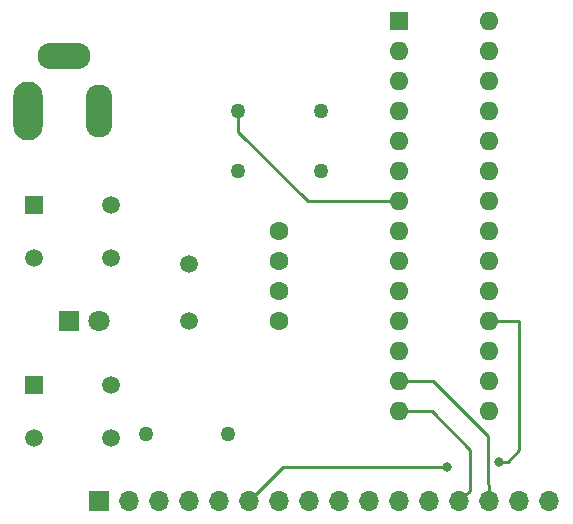
<source format=gbr>
%TF.GenerationSoftware,KiCad,Pcbnew,7.0.6*%
%TF.CreationDate,2023-08-09T01:09:07+05:30*%
%TF.ProjectId,arduinotask,61726475-696e-46f7-9461-736b2e6b6963,rev?*%
%TF.SameCoordinates,Original*%
%TF.FileFunction,Copper,L1,Top*%
%TF.FilePolarity,Positive*%
%FSLAX46Y46*%
G04 Gerber Fmt 4.6, Leading zero omitted, Abs format (unit mm)*
G04 Created by KiCad (PCBNEW 7.0.6) date 2023-08-09 01:09:07*
%MOMM*%
%LPD*%
G01*
G04 APERTURE LIST*
%TA.AperFunction,ComponentPad*%
%ADD10C,1.600000*%
%TD*%
%TA.AperFunction,ComponentPad*%
%ADD11C,1.498000*%
%TD*%
%TA.AperFunction,ComponentPad*%
%ADD12R,1.498000X1.498000*%
%TD*%
%TA.AperFunction,ComponentPad*%
%ADD13O,1.700000X1.700000*%
%TD*%
%TA.AperFunction,ComponentPad*%
%ADD14R,1.700000X1.700000*%
%TD*%
%TA.AperFunction,ComponentPad*%
%ADD15C,1.500000*%
%TD*%
%TA.AperFunction,ComponentPad*%
%ADD16C,1.258000*%
%TD*%
%TA.AperFunction,ComponentPad*%
%ADD17O,4.500000X2.250000*%
%TD*%
%TA.AperFunction,ComponentPad*%
%ADD18O,2.250000X4.500000*%
%TD*%
%TA.AperFunction,ComponentPad*%
%ADD19O,2.500000X5.000000*%
%TD*%
%TA.AperFunction,ComponentPad*%
%ADD20R,1.600000X1.600000*%
%TD*%
%TA.AperFunction,ComponentPad*%
%ADD21O,1.600000X1.600000*%
%TD*%
%TA.AperFunction,ComponentPad*%
%ADD22R,1.800000X1.800000*%
%TD*%
%TA.AperFunction,ComponentPad*%
%ADD23C,1.800000*%
%TD*%
%TA.AperFunction,ViaPad*%
%ADD24C,0.800000*%
%TD*%
%TA.AperFunction,Conductor*%
%ADD25C,0.250000*%
%TD*%
G04 APERTURE END LIST*
D10*
%TO.P,C2,1*%
%TO.N,Net-(U1-XTAL1{slash}PB6)*%
X55880000Y-53300000D03*
%TO.P,C2,2*%
%TO.N,GND*%
X55880000Y-55800000D03*
%TD*%
D11*
%TO.P,SW1,3*%
%TO.N,unconnected-(SW1-Pad3)*%
X35098500Y-55590000D03*
D12*
%TO.P,SW1,1*%
%TO.N,GND*%
X35098500Y-51090000D03*
D11*
%TO.P,SW1,4*%
%TO.N,/RESET*%
X41598500Y-55590000D03*
%TO.P,SW1,2*%
%TO.N,GND*%
X41598500Y-51090000D03*
%TD*%
D13*
%TO.P,U2,16,LED(-)*%
%TO.N,GND*%
X78740000Y-76200000D03*
%TO.P,U2,15,LED(+)*%
%TO.N,+5V*%
X76200000Y-76200000D03*
%TO.P,U2,14,D7*%
%TO.N,/d7*%
X73660000Y-76200000D03*
%TO.P,U2,13,D6*%
%TO.N,/d6*%
X71120000Y-76200000D03*
%TO.P,U2,12,D5*%
%TO.N,/d5*%
X68580000Y-76200000D03*
%TO.P,U2,11,D4*%
%TO.N,/d4*%
X66040000Y-76200000D03*
%TO.P,U2,10,D3*%
%TO.N,unconnected-(U2-D3-Pad10)*%
X63500000Y-76200000D03*
%TO.P,U2,9,D2*%
%TO.N,unconnected-(U2-D2-Pad9)*%
X60960000Y-76200000D03*
%TO.P,U2,8,D1*%
%TO.N,unconnected-(U2-D1-Pad8)*%
X58420000Y-76200000D03*
%TO.P,U2,7,D0*%
%TO.N,unconnected-(U2-D0-Pad7)*%
X55880000Y-76200000D03*
%TO.P,U2,6,E*%
%TO.N,/rs*%
X53340000Y-76200000D03*
%TO.P,U2,5,R/W*%
%TO.N,GND*%
X50800000Y-76200000D03*
%TO.P,U2,4,RS*%
%TO.N,/e*%
X48260000Y-76200000D03*
%TO.P,U2,3,VO*%
%TO.N,Net-(U2-VO)*%
X45720000Y-76200000D03*
%TO.P,U2,2,VDD*%
%TO.N,+5V*%
X43180000Y-76200000D03*
D14*
%TO.P,U2,1,VSS*%
%TO.N,GND*%
X40640000Y-76200000D03*
%TD*%
D15*
%TO.P,Y1,1,1*%
%TO.N,Net-(U1-XTAL2{slash}PB7)*%
X48260000Y-60960000D03*
%TO.P,Y1,2,2*%
%TO.N,Net-(U1-XTAL1{slash}PB6)*%
X48260000Y-56060000D03*
%TD*%
D11*
%TO.P,SW2,3*%
%TO.N,/IN1*%
X35098500Y-70830000D03*
D12*
%TO.P,SW2,1*%
%TO.N,GND*%
X35098500Y-66330000D03*
D11*
%TO.P,SW2,4*%
%TO.N,/IN1*%
X41598500Y-70830000D03*
%TO.P,SW2,2*%
%TO.N,GND*%
X41598500Y-66330000D03*
%TD*%
D16*
%TO.P,R3,2*%
%TO.N,+5V*%
X44560000Y-70470000D03*
%TO.P,R3,1*%
%TO.N,Net-(U2-VO)*%
X51560000Y-70470000D03*
%TD*%
%TO.P,R2,1*%
%TO.N,Net-(D1-A)*%
X52380000Y-48260000D03*
%TO.P,R2,2*%
%TO.N,/LED*%
X59380000Y-48260000D03*
%TD*%
%TO.P,R1,1*%
%TO.N,+5V*%
X52380000Y-43180000D03*
%TO.P,R1,2*%
%TO.N,/RESET*%
X59380000Y-43180000D03*
%TD*%
D17*
%TO.P,J1,3*%
%TO.N,GND*%
X37640000Y-38480000D03*
D18*
%TO.P,J1,2*%
X40640000Y-43180000D03*
D19*
%TO.P,J1,1*%
%TO.N,+5V*%
X34640000Y-43180000D03*
%TD*%
D20*
%TO.P,U1,1,~{RESET}/PC6*%
%TO.N,/RESET*%
X66040000Y-35560000D03*
D21*
%TO.P,U1,2,PD0*%
%TO.N,unconnected-(U1-PD0-Pad2)*%
X66040000Y-38100000D03*
%TO.P,U1,3,PD1*%
%TO.N,unconnected-(U1-PD1-Pad3)*%
X66040000Y-40640000D03*
%TO.P,U1,4,PD2*%
%TO.N,/LED*%
X66040000Y-43180000D03*
%TO.P,U1,5,PD3*%
%TO.N,/IN1*%
X66040000Y-45720000D03*
%TO.P,U1,6,PD4*%
%TO.N,unconnected-(U1-PD4-Pad6)*%
X66040000Y-48260000D03*
%TO.P,U1,7,VCC*%
%TO.N,+5V*%
X66040000Y-50800000D03*
%TO.P,U1,8,GND*%
%TO.N,GND*%
X66040000Y-53340000D03*
%TO.P,U1,9,XTAL1/PB6*%
%TO.N,Net-(U1-XTAL1{slash}PB6)*%
X66040000Y-55880000D03*
%TO.P,U1,10,XTAL2/PB7*%
%TO.N,Net-(U1-XTAL2{slash}PB7)*%
X66040000Y-58420000D03*
%TO.P,U1,11,PD5*%
%TO.N,unconnected-(U1-PD5-Pad11)*%
X66040000Y-60960000D03*
%TO.P,U1,12,PD6*%
%TO.N,unconnected-(U1-PD6-Pad12)*%
X66040000Y-63500000D03*
%TO.P,U1,13,PD7*%
%TO.N,/d7*%
X66040000Y-66040000D03*
%TO.P,U1,14,PB0*%
%TO.N,/d6*%
X66040000Y-68580000D03*
%TO.P,U1,15,PB1*%
%TO.N,/d5*%
X73660000Y-68580000D03*
%TO.P,U1,16,PB2*%
%TO.N,/d4*%
X73660000Y-66040000D03*
%TO.P,U1,17,PB3*%
%TO.N,/e*%
X73660000Y-63500000D03*
%TO.P,U1,18,PB4*%
%TO.N,/rs*%
X73660000Y-60960000D03*
%TO.P,U1,19,PB5*%
%TO.N,unconnected-(U1-PB5-Pad19)*%
X73660000Y-58420000D03*
%TO.P,U1,20,AVCC*%
%TO.N,unconnected-(U1-AVCC-Pad20)*%
X73660000Y-55880000D03*
%TO.P,U1,21,AREF*%
%TO.N,unconnected-(U1-AREF-Pad21)*%
X73660000Y-53340000D03*
%TO.P,U1,22,GND*%
%TO.N,GND*%
X73660000Y-50800000D03*
%TO.P,U1,23,PC0*%
%TO.N,unconnected-(U1-PC0-Pad23)*%
X73660000Y-48260000D03*
%TO.P,U1,24,PC1*%
%TO.N,unconnected-(U1-PC1-Pad24)*%
X73660000Y-45720000D03*
%TO.P,U1,25,PC2*%
%TO.N,unconnected-(U1-PC2-Pad25)*%
X73660000Y-43180000D03*
%TO.P,U1,26,PC3*%
%TO.N,unconnected-(U1-PC3-Pad26)*%
X73660000Y-40640000D03*
%TO.P,U1,27,PC4*%
%TO.N,unconnected-(U1-PC4-Pad27)*%
X73660000Y-38100000D03*
%TO.P,U1,28,PC5*%
%TO.N,unconnected-(U1-PC5-Pad28)*%
X73660000Y-35560000D03*
%TD*%
D22*
%TO.P,D1,1,K*%
%TO.N,GND*%
X38100000Y-60960000D03*
D23*
%TO.P,D1,2,A*%
%TO.N,Net-(D1-A)*%
X40640000Y-60960000D03*
%TD*%
D10*
%TO.P,C1,1*%
%TO.N,Net-(U1-XTAL2{slash}PB7)*%
X55880000Y-60920000D03*
%TO.P,C1,2*%
%TO.N,GND*%
X55880000Y-58420000D03*
%TD*%
D24*
%TO.N,/rs*%
X70110000Y-73320000D03*
X74510000Y-72820000D03*
%TD*%
D25*
%TO.N,+5V*%
X52380000Y-44890000D02*
X52380000Y-43180000D01*
X58290000Y-50800000D02*
X52380000Y-44890000D01*
X66040000Y-50800000D02*
X58290000Y-50800000D01*
%TO.N,/rs*%
X56220000Y-73320000D02*
X53340000Y-76200000D01*
X70110000Y-73320000D02*
X56220000Y-73320000D01*
%TO.N,/d6*%
X72010000Y-75310000D02*
X71120000Y-76200000D01*
X72010000Y-71820000D02*
X72010000Y-75310000D01*
X68770000Y-68580000D02*
X72010000Y-71820000D01*
X66040000Y-68580000D02*
X68770000Y-68580000D01*
%TO.N,/d7*%
X73560000Y-74720000D02*
X73660000Y-74820000D01*
X73560000Y-70670000D02*
X73560000Y-74720000D01*
X73660000Y-74820000D02*
X73660000Y-76200000D01*
X68930000Y-66040000D02*
X73560000Y-70670000D01*
X66040000Y-66040000D02*
X68930000Y-66040000D01*
%TO.N,/rs*%
X75210000Y-72820000D02*
X74510000Y-72820000D01*
X76210000Y-61020000D02*
X76210000Y-71820000D01*
X76150000Y-60960000D02*
X76210000Y-61020000D01*
X76210000Y-71820000D02*
X75210000Y-72820000D01*
X73660000Y-60960000D02*
X76150000Y-60960000D01*
%TD*%
M02*

</source>
